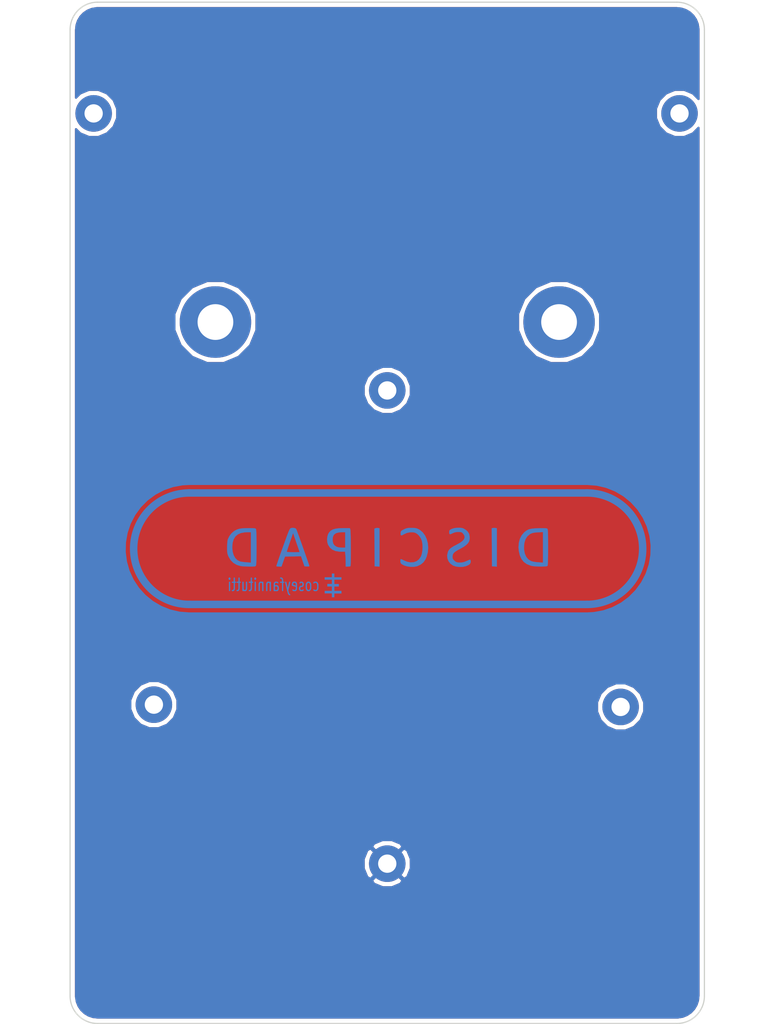
<source format=kicad_pcb>
(kicad_pcb (version 20171130) (host pcbnew "(5.0.0)")

  (general
    (thickness 1.6)
    (drawings 10)
    (tracks 0)
    (zones 0)
    (modules 11)
    (nets 2)
  )

  (page A4)
  (layers
    (0 F.Cu signal)
    (31 B.Cu signal)
    (32 B.Adhes user)
    (33 F.Adhes user)
    (34 B.Paste user)
    (35 F.Paste user)
    (36 B.SilkS user)
    (37 F.SilkS user)
    (38 B.Mask user)
    (39 F.Mask user)
    (40 Dwgs.User user)
    (41 Cmts.User user)
    (42 Eco1.User user)
    (43 Eco2.User user)
    (44 Edge.Cuts user)
    (45 Margin user)
    (46 B.CrtYd user)
    (47 F.CrtYd user)
    (48 B.Fab user hide)
    (49 F.Fab user)
  )

  (setup
    (last_trace_width 0.25)
    (trace_clearance 0.2)
    (zone_clearance 0.508)
    (zone_45_only no)
    (trace_min 0.2)
    (segment_width 0.2)
    (edge_width 0.15)
    (via_size 0.8)
    (via_drill 0.4)
    (via_min_size 0.4)
    (via_min_drill 0.3)
    (uvia_size 0.3)
    (uvia_drill 0.1)
    (uvias_allowed no)
    (uvia_min_size 0.2)
    (uvia_min_drill 0.1)
    (pcb_text_width 0.3)
    (pcb_text_size 1.5 1.5)
    (mod_edge_width 0.15)
    (mod_text_size 1 1)
    (mod_text_width 0.15)
    (pad_size 1.524 1.524)
    (pad_drill 0.762)
    (pad_to_mask_clearance 0.051)
    (solder_mask_min_width 0.25)
    (aux_axis_origin 0 0)
    (grid_origin 0.052493 0.052493)
    (visible_elements 7FFFF7FF)
    (pcbplotparams
      (layerselection 0x010fc_ffffffff)
      (usegerberextensions false)
      (usegerberattributes false)
      (usegerberadvancedattributes false)
      (creategerberjobfile false)
      (excludeedgelayer true)
      (linewidth 0.100000)
      (plotframeref false)
      (viasonmask false)
      (mode 1)
      (useauxorigin false)
      (hpglpennumber 1)
      (hpglpenspeed 20)
      (hpglpendiameter 15.000000)
      (psnegative false)
      (psa4output false)
      (plotreference true)
      (plotvalue true)
      (plotinvisibletext false)
      (padsonsilk false)
      (subtractmaskfromsilk false)
      (outputformat 1)
      (mirror false)
      (drillshape 0)
      (scaleselection 1)
      (outputdirectory ""))
  )

  (net 0 "")
  (net 1 GND)

  (net_class Default "This is the default net class."
    (clearance 0.2)
    (trace_width 0.25)
    (via_dia 0.8)
    (via_drill 0.4)
    (uvia_dia 0.3)
    (uvia_drill 0.1)
    (add_net GND)
  )

  (module logos:DISCIPAD_MEDIUM_COPPER (layer B.Cu) (tedit 5D635B6A) (tstamp 5D355702)
    (at 143.888559 80.682973 180)
    (fp_text reference G*** (at 0 0 180) (layer B.SilkS) hide
      (effects (font (size 1.524 1.524) (thickness 0.3)) (justify mirror))
    )
    (fp_text value LOGO (at 0.75 0 180) (layer B.SilkS) hide
      (effects (font (size 1.524 1.524) (thickness 0.3)) (justify mirror))
    )
    (fp_arc (start 23.87 -0.13) (end 23.87 -6.83) (angle 180) (layer B.Cu) (width 0.9))
    (fp_arc (start -23.98 -0.13) (end -23.98 6.57) (angle 180) (layer B.Cu) (width 0.9))
    (fp_line (start -23.98 -6.83) (end 23.87 -6.83) (layer B.Cu) (width 0.9))
    (fp_line (start -23.98 6.57) (end 23.87 6.57) (layer B.Cu) (width 0.9))
    (fp_poly (pts (xy 17.225864 2.334546) (xy 17.595687 2.306301) (xy 17.895699 2.252385) (xy 18.152221 2.167205)
      (xy 18.39157 2.045165) (xy 18.509852 1.970681) (xy 18.800475 1.718365) (xy 19.051278 1.38839)
      (xy 19.228936 1.026228) (xy 19.251156 0.95923) (xy 19.282367 0.793965) (xy 19.30713 0.542505)
      (xy 19.322543 0.241907) (xy 19.326216 0) (xy 19.323003 -0.319116) (xy 19.310938 -0.549581)
      (xy 19.284465 -0.726003) (xy 19.238023 -0.882988) (xy 19.166056 -1.055143) (xy 19.151686 -1.086659)
      (xy 18.893328 -1.515363) (xy 18.556147 -1.849421) (xy 18.14244 -2.08704) (xy 17.699234 -2.218366)
      (xy 17.500835 -2.243887) (xy 17.219849 -2.264403) (xy 16.896967 -2.277518) (xy 16.63569 -2.281068)
      (xy 16.325376 -2.280272) (xy 16.116011 -2.274913) (xy 15.985247 -2.260533) (xy 15.910731 -2.232677)
      (xy 15.870113 -2.186886) (xy 15.842649 -2.122929) (xy 15.825765 -2.017223) (xy 15.811658 -1.808209)
      (xy 15.800311 -1.513826) (xy 15.791709 -1.152016) (xy 15.785837 -0.74072) (xy 15.78268 -0.297878)
      (xy 15.782222 0.158568) (xy 15.784448 0.610676) (xy 15.789344 1.040507) (xy 15.796893 1.430119)
      (xy 15.80708 1.761571) (xy 15.811492 1.849514) (xy 16.460679 1.849514) (xy 16.460679 -1.806328)
      (xy 17.000121 -1.766839) (xy 17.279266 -1.740703) (xy 17.540963 -1.706405) (xy 17.738616 -1.670304)
      (xy 17.774755 -1.661129) (xy 18.083985 -1.512228) (xy 18.337928 -1.261837) (xy 18.530144 -0.921676)
      (xy 18.654195 -0.503466) (xy 18.703642 -0.018929) (xy 18.704228 0.030825) (xy 18.665237 0.553586)
      (xy 18.542611 0.985894) (xy 18.334968 1.329149) (xy 18.040926 1.584755) (xy 17.659104 1.754115)
      (xy 17.188118 1.838629) (xy 16.911868 1.849514) (xy 16.460679 1.849514) (xy 15.811492 1.849514)
      (xy 15.819891 2.016922) (xy 15.83531 2.17823) (xy 15.846344 2.22347) (xy 15.881536 2.271292)
      (xy 15.940768 2.304359) (xy 16.044579 2.325351) (xy 16.21351 2.336951) (xy 16.468102 2.341838)
      (xy 16.759911 2.342718) (xy 17.225864 2.334546)) (layer B.Cu) (width 0.01))
    (fp_poly (pts (xy 11.621116 2.353346) (xy 11.669262 2.337268) (xy 11.713823 2.309408) (xy 11.75957 2.258759)
      (xy 11.811275 2.174315) (xy 11.873708 2.04507) (xy 11.95164 1.860016) (xy 12.049844 1.608146)
      (xy 12.173089 1.278456) (xy 12.326147 0.859936) (xy 12.51379 0.341582) (xy 12.616305 0.05751)
      (xy 12.795371 -0.441968) (xy 12.959301 -0.905192) (xy 13.10373 -1.319369) (xy 13.22429 -1.671706)
      (xy 13.316615 -1.949409) (xy 13.376339 -2.139686) (xy 13.399096 -2.229743) (xy 13.398711 -2.23483)
      (xy 13.325964 -2.261895) (xy 13.172457 -2.278541) (xy 13.074505 -2.281068) (xy 12.778131 -2.281068)
      (xy 12.566756 -1.679976) (xy 12.355382 -1.078884) (xy 11.394432 -1.061943) (xy 10.433482 -1.045001)
      (xy 10.018204 -2.250243) (xy 9.725364 -2.269033) (xy 9.540548 -2.271737) (xy 9.451597 -2.24472)
      (xy 9.432524 -2.196099) (xy 9.452571 -2.1257) (xy 9.509023 -1.954939) (xy 9.596346 -1.699402)
      (xy 9.709006 -1.374676) (xy 9.841469 -0.996347) (xy 9.9882 -0.580004) (xy 10.002571 -0.539442)
      (xy 10.603918 -0.539442) (xy 10.661663 -0.545281) (xy 10.819365 -0.550105) (xy 11.053679 -0.553447)
      (xy 11.341262 -0.55484) (xy 11.374514 -0.554855) (xy 11.669378 -0.550601) (xy 11.911197 -0.538955)
      (xy 12.077217 -0.52159) (xy 12.144684 -0.50018) (xy 12.145145 -0.498188) (xy 12.12575 -0.424551)
      (xy 12.071802 -0.253838) (xy 11.98966 -0.005291) (xy 11.885685 0.301849) (xy 11.766235 0.648344)
      (xy 11.765757 0.649719) (xy 11.386369 1.740959) (xy 10.99516 0.608465) (xy 10.874477 0.258354)
      (xy 10.7689 -0.049368) (xy 10.684566 -0.296691) (xy 10.627615 -0.465605) (xy 10.604185 -0.5381)
      (xy 10.603918 -0.539442) (xy 10.002571 -0.539442) (xy 10.143666 -0.141231) (xy 10.302332 0.304384)
      (xy 10.458665 0.741254) (xy 10.60713 1.153792) (xy 10.742193 1.526412) (xy 10.85832 1.843527)
      (xy 10.949977 2.089551) (xy 11.003575 2.22877) (xy 11.097623 2.316727) (xy 11.270242 2.368963)
      (xy 11.479765 2.377072) (xy 11.621116 2.353346)) (layer B.Cu) (width 0.01))
    (fp_poly (pts (xy 5.868597 2.326633) (xy 6.278893 2.274366) (xy 6.600769 2.179901) (xy 6.849793 2.037219)
      (xy 7.041533 1.840305) (xy 7.161918 1.644056) (xy 7.258551 1.351256) (xy 7.295259 1.003507)
      (xy 7.271265 0.653865) (xy 7.185793 0.355388) (xy 7.180931 0.344938) (xy 6.959498 0.002932)
      (xy 6.660912 -0.248261) (xy 6.28122 -0.410745) (xy 5.816471 -0.486627) (xy 5.608127 -0.493204)
      (xy 5.13482 -0.493204) (xy 5.095518 -0.909345) (xy 5.07509 -1.194576) (xy 5.06072 -1.52651)
      (xy 5.055778 -1.803277) (xy 5.05534 -2.281068) (xy 4.788187 -2.281068) (xy 4.615187 -2.272324)
      (xy 4.499066 -2.250372) (xy 4.479935 -2.239968) (xy 4.467167 -2.167179) (xy 4.456844 -1.988301)
      (xy 4.448892 -1.72052) (xy 4.443237 -1.381022) (xy 4.439806 -0.986993) (xy 4.438525 -0.55562)
      (xy 4.43932 -0.104088) (xy 4.442116 0.350416) (xy 4.44684 0.790707) (xy 4.453419 1.199598)
      (xy 4.461777 1.559903) (xy 4.471673 1.849514) (xy 5.11699 1.849514) (xy 5.11699 0)
      (xy 5.533131 0.000096) (xy 5.897844 0.027475) (xy 6.160666 0.107984) (xy 6.403733 0.273806)
      (xy 6.551876 0.486457) (xy 6.618423 0.769944) (xy 6.625267 0.944901) (xy 6.59541 1.267816)
      (xy 6.50162 1.500631) (xy 6.33118 1.665408) (xy 6.160135 1.751811) (xy 5.961218 1.805336)
      (xy 5.704088 1.84075) (xy 5.516471 1.849514) (xy 5.11699 1.849514) (xy 4.471673 1.849514)
      (xy 4.471842 1.854436) (xy 4.483539 2.06601) (xy 4.496795 2.177441) (xy 4.498959 2.184579)
      (xy 4.559084 2.342718) (xy 5.354315 2.342718) (xy 5.868597 2.326633)) (layer B.Cu) (width 0.01))
    (fp_poly (pts (xy 1.461839 2.337755) (xy 1.604434 2.283541) (xy 1.588261 0.016649) (xy 1.572087 -2.250243)
      (xy 1.279247 -2.269033) (xy 0.986408 -2.287824) (xy 0.986408 2.328344) (xy 1.152826 2.360157)
      (xy 1.334879 2.364727) (xy 1.461839 2.337755)) (layer B.Cu) (width 0.01))
    (fp_poly (pts (xy -12.668432 2.357665) (xy -12.513563 2.32806) (xy -12.529718 0.038909) (xy -12.545874 -2.250243)
      (xy -12.838714 -2.269033) (xy -13.131554 -2.287824) (xy -13.131554 2.328344) (xy -12.977427 2.357807)
      (xy -12.788844 2.369394) (xy -12.668432 2.357665)) (layer B.Cu) (width 0.01))
    (fp_poly (pts (xy -18.365438 2.335861) (xy -18.172608 2.3315) (xy -17.725669 2.31399) (xy -17.377177 2.282848)
      (xy -17.102443 2.230861) (xy -16.876781 2.150814) (xy -16.675503 2.035494) (xy -16.473922 1.877686)
      (xy -16.402106 1.814135) (xy -16.112971 1.472501) (xy -15.902415 1.050114) (xy -15.775673 0.565333)
      (xy -15.737979 0.036519) (xy -15.773292 -0.391563) (xy -15.896059 -0.927848) (xy -16.09293 -1.367608)
      (xy -16.368364 -1.716065) (xy -16.726819 -1.978441) (xy -17.172752 -2.159958) (xy -17.314696 -2.197193)
      (xy -17.525965 -2.232668) (xy -17.799304 -2.258402) (xy -18.107653 -2.274256) (xy -18.423952 -2.280088)
      (xy -18.72114 -2.275758) (xy -18.972157 -2.261126) (xy -19.149942 -2.236051) (xy -19.222622 -2.207088)
      (xy -19.243818 -2.150481) (xy -19.261008 -2.021621) (xy -19.27447 -1.812075) (xy -19.274671 -1.806064)
      (xy -18.680097 -1.806064) (xy -18.083319 -1.764114) (xy -17.74653 -1.729115) (xy -17.455009 -1.67741)
      (xy -17.246407 -1.615794) (xy -17.235625 -1.611171) (xy -16.912363 -1.403103) (xy -16.665066 -1.101563)
      (xy -16.496762 -0.712494) (xy -16.410478 -0.24184) (xy -16.399029 0.030825) (xy -16.442876 0.553741)
      (xy -16.574623 0.99049) (xy -16.794577 1.341688) (xy -17.103047 1.607949) (xy -17.225474 1.677872)
      (xy -17.409063 1.75062) (xy -17.6423 1.799297) (xy -17.956765 1.829774) (xy -18.079005 1.836608)
      (xy -18.680097 1.865999) (xy -18.680097 -1.806064) (xy -19.274671 -1.806064) (xy -19.284481 -1.513408)
      (xy -19.291321 -1.117185) (xy -19.295268 -0.614974) (xy -19.296599 0.001662) (xy -19.296602 0.035606)
      (xy -19.295955 0.621998) (xy -19.293693 1.096876) (xy -19.289337 1.47202) (xy -19.282408 1.759212)
      (xy -19.272425 1.970232) (xy -19.258911 2.116863) (xy -19.241384 2.210885) (xy -19.219366 2.26408)
      (xy -19.205253 2.280132) (xy -19.125581 2.311245) (xy -18.967718 2.330473) (xy -18.718668 2.338463)
      (xy -18.365438 2.335861)) (layer B.Cu) (width 0.01))
    (fp_poly (pts (xy -2.583048 2.367723) (xy -2.378172 2.349076) (xy -2.207827 2.306265) (xy -2.027717 2.230557)
      (xy -1.941991 2.188592) (xy -1.743217 2.084192) (xy -1.630079 2.00217) (xy -1.576066 1.913653)
      (xy -1.55467 1.789766) (xy -1.552469 1.764327) (xy -1.551761 1.571787) (xy -1.598461 1.477361)
      (xy -1.705988 1.476167) (xy -1.887761 1.563324) (xy -1.969513 1.612621) (xy -2.308034 1.76497)
      (xy -2.689204 1.84296) (xy -3.065781 1.840178) (xy -3.287252 1.79151) (xy -3.533302 1.655771)
      (xy -3.769052 1.429629) (xy -3.967617 1.14486) (xy -4.102107 0.833241) (xy -4.104246 0.825964)
      (xy -4.172127 0.471562) (xy -4.193964 0.066424) (xy -4.172216 -0.348894) (xy -4.109344 -0.733838)
      (xy -4.007807 -1.047852) (xy -3.988096 -1.088885) (xy -3.762245 -1.410027) (xy -3.469392 -1.634392)
      (xy -3.122544 -1.759021) (xy -2.734708 -1.780955) (xy -2.318891 -1.697234) (xy -1.967853 -1.548552)
      (xy -1.775838 -1.453917) (xy -1.629827 -1.393193) (xy -1.56003 -1.378866) (xy -1.559056 -1.379618)
      (xy -1.537913 -1.455169) (xy -1.524104 -1.602997) (xy -1.522899 -1.63525) (xy -1.544971 -1.823768)
      (xy -1.640113 -1.954566) (xy -1.667593 -1.976841) (xy -1.964121 -2.14157) (xy -2.336291 -2.256024)
      (xy -2.744983 -2.315013) (xy -3.151077 -2.313346) (xy -3.51545 -2.245832) (xy -3.566598 -2.228811)
      (xy -3.979809 -2.032264) (xy -4.302066 -1.764288) (xy -4.547821 -1.410083) (xy -4.691319 -1.076966)
      (xy -4.827033 -0.546582) (xy -4.870566 -0.011484) (xy -4.827059 0.510679) (xy -4.701651 1.002257)
      (xy -4.499483 1.445599) (xy -4.225695 1.823055) (xy -3.885428 2.116975) (xy -3.735404 2.205363)
      (xy -3.559344 2.287507) (xy -3.392471 2.3371) (xy -3.192861 2.362134) (xy -2.918586 2.370599)
      (xy -2.866748 2.370942) (xy -2.583048 2.367723)) (layer B.Cu) (width 0.01))
    (fp_poly (pts (xy -8.315383 2.386379) (xy -7.965054 2.332186) (xy -7.675575 2.235111) (xy -7.660073 2.227402)
      (xy -7.499893 2.136106) (xy -7.423034 2.049545) (xy -7.399376 1.924137) (xy -7.398058 1.848261)
      (xy -7.411572 1.689457) (xy -7.464645 1.615024) (xy -7.57608 1.620459) (xy -7.764678 1.701258)
      (xy -7.843126 1.741626) (xy -8.087185 1.837635) (xy -8.369734 1.87744) (xy -8.497412 1.88034)
      (xy -8.717588 1.875098) (xy -8.857877 1.849183) (xy -8.961574 1.787309) (xy -9.067679 1.679003)
      (xy -9.219212 1.451826) (xy -9.258524 1.230933) (xy -9.183454 1.012519) (xy -8.991838 0.792779)
      (xy -8.681516 0.567908) (xy -8.324213 0.370604) (xy -7.955649 0.177201) (xy -7.683765 0.011347)
      (xy -7.489718 -0.142515) (xy -7.354667 -0.299945) (xy -7.259772 -0.476499) (xy -7.240595 -0.524187)
      (xy -7.154449 -0.90803) (xy -7.181151 -1.284442) (xy -7.312617 -1.631857) (xy -7.540765 -1.928704)
      (xy -7.849677 -2.149418) (xy -8.191078 -2.270629) (xy -8.592004 -2.328174) (xy -9.004945 -2.319594)
      (xy -9.382388 -2.242431) (xy -9.417256 -2.230526) (xy -9.703135 -2.108314) (xy -9.882169 -1.977433)
      (xy -9.970631 -1.822441) (xy -9.987379 -1.689472) (xy -9.972488 -1.540927) (xy -9.936348 -1.455654)
      (xy -9.933386 -1.453519) (xy -9.854453 -1.46186) (xy -9.700841 -1.51626) (xy -9.517245 -1.599489)
      (xy -9.283797 -1.697497) (xy -9.05166 -1.766878) (xy -8.908495 -1.78932) (xy -8.614876 -1.796833)
      (xy -8.410293 -1.784221) (xy -8.261064 -1.743346) (xy -8.133508 -1.666069) (xy -8.029071 -1.576825)
      (xy -7.885794 -1.429095) (xy -7.817879 -1.297417) (xy -7.799291 -1.127686) (xy -7.79914 -1.099034)
      (xy -7.817566 -0.904337) (xy -7.882483 -0.738808) (xy -8.009203 -0.586426) (xy -8.213038 -0.431172)
      (xy -8.509299 -0.257026) (xy -8.700576 -0.155953) (xy -9.136268 0.090975) (xy -9.460141 0.326358)
      (xy -9.682062 0.558559) (xy -9.806557 0.781493) (xy -9.854795 1.016071) (xy -9.857589 1.300949)
      (xy -9.816755 1.572543) (xy -9.780785 1.682919) (xy -9.628395 1.919506) (xy -9.395429 2.136088)
      (xy -9.123702 2.29771) (xy -8.986368 2.346988) (xy -8.673507 2.392908) (xy -8.315383 2.386379)) (layer B.Cu) (width 0.01))
  )

  (module "logos:TOPY 3MM MASK" (layer B.Cu) (tedit 0) (tstamp 5D35580E)
    (at 137.316625 85.228946 180)
    (fp_text reference G*** (at 0 0 180) (layer B.SilkS) hide
      (effects (font (size 1.524 1.524) (thickness 0.3)) (justify mirror))
    )
    (fp_text value LOGO (at 0.75 0 180) (layer B.SilkS) hide
      (effects (font (size 1.524 1.524) (thickness 0.3)) (justify mirror))
    )
    (fp_poly (pts (xy 0.1524 0.9779) (xy 1.00965 0.9779) (xy 1.00965 0.69215) (xy 0.1524 0.69215)
      (xy 0.1524 0.1778) (xy 0.69215 0.1778) (xy 0.69215 -0.127) (xy 0.1524 -0.127)
      (xy 0.1524 -0.65405) (xy 1.00965 -0.65405) (xy 1.00965 -0.95885) (xy 0.1524 -0.95885)
      (xy 0.1524 -1.4224) (xy -0.1524 -1.4224) (xy -0.1524 -0.9652) (xy -1.0033 -0.9652)
      (xy -1.0033 -0.6604) (xy -0.1524 -0.6604) (xy -0.1524 -0.13335) (xy -0.6858 -0.13335)
      (xy -0.6858 0.17145) (xy -0.1524 0.17145) (xy -0.1524 0.69215) (xy -1.0033 0.69215)
      (xy -1.0033 0.9779) (xy -0.1524 0.9779) (xy -0.1524 1.4224) (xy 0.1524 1.4224)
      (xy 0.1524 0.9779)) (layer B.Mask) (width 0.01))
  )

  (module "logos:TOPY 3MM COPPER" (layer B.Cu) (tedit 5D351BB9) (tstamp 5D3557E7)
    (at 137.316625 85.228946 180)
    (fp_text reference G*** (at 0 0 180) (layer B.SilkS) hide
      (effects (font (size 1.524 1.524) (thickness 0.3)) (justify mirror))
    )
    (fp_text value LOGO (at 0.75 0 180) (layer B.SilkS) hide
      (effects (font (size 1.524 1.524) (thickness 0.3)) (justify mirror))
    )
    (fp_poly (pts (xy 0.1524 0.9779) (xy 1.00965 0.9779) (xy 1.00965 0.69215) (xy 0.1524 0.69215)
      (xy 0.1524 0.1778) (xy 0.69215 0.1778) (xy 0.69215 -0.127) (xy 0.1524 -0.127)
      (xy 0.1524 -0.65405) (xy 1.00965 -0.65405) (xy 1.00965 -0.95885) (xy 0.1524 -0.95885)
      (xy 0.1524 -1.4224) (xy -0.1524 -1.4224) (xy -0.1524 -0.9652) (xy -1.0033 -0.9652)
      (xy -1.0033 -0.6604) (xy -0.1524 -0.6604) (xy -0.1524 -0.13335) (xy -0.6858 -0.13335)
      (xy -0.6858 0.17145) (xy -0.1524 0.17145) (xy -0.1524 0.69215) (xy -1.0033 0.69215)
      (xy -1.0033 0.9779) (xy -0.1524 0.9779) (xy -0.1524 1.4224) (xy 0.1524 1.4224)
      (xy 0.1524 0.9779)) (layer B.Cu) (width 0.01))
  )

  (module MountingHole:MountingHole_4.3mm_M4_Pad (layer F.Cu) (tedit 5D341DD6) (tstamp 5D342054)
    (at 123.158765 53.56144)
    (descr "Mounting Hole 4.3mm, M4")
    (tags "mounting hole 4.3mm m4")
    (attr virtual)
    (fp_text reference REF** (at 0 -5.3) (layer Cmts.User)
      (effects (font (size 1 1) (thickness 0.15)))
    )
    (fp_text value MountingHole_4.3mm_M4_Pad (at 0 5.3) (layer F.Fab)
      (effects (font (size 1 1) (thickness 0.15)))
    )
    (fp_text user %R (at 0.3 0) (layer F.Fab)
      (effects (font (size 1 1) (thickness 0.15)))
    )
    (fp_circle (center 0 0) (end 4.3 0) (layer Cmts.User) (width 0.15))
    (fp_circle (center 0 0) (end 4.55 0) (layer F.CrtYd) (width 0.05))
    (pad 1 thru_hole circle (at 0 0) (size 8.6 8.6) (drill 4.3) (layers *.Cu *.Mask))
  )

  (module MountingHole:MountingHole_2.2mm_M2_Pad (layer F.Cu) (tedit 5D33EAED) (tstamp 5CDE4D37)
    (at 143.833559 118.686673)
    (descr "Mounting Hole 2.2mm, M2")
    (tags "mounting hole 2.2mm m2")
    (path /5D13347D)
    (attr virtual)
    (fp_text reference H1 (at 0 -3.2) (layer Cmts.User)
      (effects (font (size 1 1) (thickness 0.15)))
    )
    (fp_text value 1PIN (at 0 3.2) (layer F.Fab)
      (effects (font (size 1 1) (thickness 0.15)))
    )
    (fp_text user %R (at 0.3 0) (layer F.Fab)
      (effects (font (size 1 1) (thickness 0.15)))
    )
    (fp_circle (center 0 0) (end 2.2 0) (layer Cmts.User) (width 0.15))
    (fp_circle (center 0 0) (end 2.45 0) (layer F.CrtYd) (width 0.05))
    (pad 1 thru_hole circle (at 0 0) (size 4.4 4.4) (drill 2.2) (layers *.Cu *.Mask)
      (net 1 GND))
  )

  (module MountingHole:MountingHole_2.2mm_M2_Pad (layer F.Cu) (tedit 5CDDFFE8) (tstamp 5CDE46BE)
    (at 115.752543 99.566685)
    (descr "Mounting Hole 2.2mm, M2")
    (tags "mounting hole 2.2mm m2")
    (attr virtual)
    (fp_text reference REF** (at 0 -3.2) (layer Cmts.User)
      (effects (font (size 1 1) (thickness 0.15)))
    )
    (fp_text value MountingHole_2.2mm_M2_Pad (at 0 3.2) (layer F.Fab)
      (effects (font (size 1 1) (thickness 0.15)))
    )
    (fp_circle (center 0 0) (end 2.45 0) (layer F.CrtYd) (width 0.05))
    (fp_circle (center 0 0) (end 2.2 0) (layer Cmts.User) (width 0.15))
    (fp_text user %R (at 0.3 0) (layer F.Fab)
      (effects (font (size 1 1) (thickness 0.15)))
    )
    (pad 1 thru_hole circle (at 0 0) (size 4.4 4.4) (drill 2.2) (layers *.Cu *.Mask))
  )

  (module MountingHole:MountingHole_2.2mm_M2_Pad (layer F.Cu) (tedit 5CDDFFDF) (tstamp 5CDE46B0)
    (at 171.914575 99.841686)
    (descr "Mounting Hole 2.2mm, M2")
    (tags "mounting hole 2.2mm m2")
    (attr virtual)
    (fp_text reference REF** (at 0 -3.2) (layer Cmts.User)
      (effects (font (size 1 1) (thickness 0.15)))
    )
    (fp_text value MountingHole_2.2mm_M2_Pad (at 0 3.2) (layer F.Fab)
      (effects (font (size 1 1) (thickness 0.15)))
    )
    (fp_text user %R (at 0.3 0) (layer F.Fab)
      (effects (font (size 1 1) (thickness 0.15)))
    )
    (fp_circle (center 0 0) (end 2.2 0) (layer Cmts.User) (width 0.15))
    (fp_circle (center 0 0) (end 2.45 0) (layer F.CrtYd) (width 0.05))
    (pad 1 thru_hole circle (at 0 0) (size 4.4 4.4) (drill 2.2) (layers *.Cu *.Mask))
  )

  (module MountingHole:MountingHole_2.2mm_M2_Pad (layer F.Cu) (tedit 5CDDFFD9) (tstamp 5CDE46A2)
    (at 143.833559 61.784261)
    (descr "Mounting Hole 2.2mm, M2")
    (tags "mounting hole 2.2mm m2")
    (attr virtual)
    (fp_text reference REF** (at 0 -3.2) (layer Cmts.User)
      (effects (font (size 1 1) (thickness 0.15)))
    )
    (fp_text value MountingHole_2.2mm_M2_Pad (at 0 3.2) (layer F.Fab)
      (effects (font (size 1 1) (thickness 0.15)))
    )
    (fp_circle (center 0 0) (end 2.45 0) (layer F.CrtYd) (width 0.05))
    (fp_circle (center 0 0) (end 2.2 0) (layer Cmts.User) (width 0.15))
    (fp_text user %R (at 0.3 0) (layer F.Fab)
      (effects (font (size 1 1) (thickness 0.15)))
    )
    (pad 1 thru_hole circle (at 0 0) (size 4.4 4.4) (drill 2.2) (layers *.Cu *.Mask))
  )

  (module MountingHole:MountingHole_2.2mm_M2_Pad (layer F.Cu) (tedit 5CDDFFD1) (tstamp 5CDE41B0)
    (at 179.00113 28.475773)
    (descr "Mounting Hole 2.2mm, M2")
    (tags "mounting hole 2.2mm m2")
    (attr virtual)
    (fp_text reference REF** (at 0 -3.2) (layer Cmts.User)
      (effects (font (size 1 1) (thickness 0.15)))
    )
    (fp_text value MountingHole_2.2mm_M2_Pad (at 0 3.2) (layer F.Fab)
      (effects (font (size 1 1) (thickness 0.15)))
    )
    (fp_circle (center 0 0) (end 2.45 0) (layer F.CrtYd) (width 0.05))
    (fp_circle (center 0 0) (end 2.2 0) (layer Cmts.User) (width 0.15))
    (fp_text user %R (at 0.3 0) (layer F.Fab)
      (effects (font (size 1 1) (thickness 0.15)))
    )
    (pad 1 thru_hole circle (at 0 0) (size 4.4 4.4) (drill 2.2) (layers *.Cu *.Mask))
  )

  (module MountingHole:MountingHole_2.2mm_M2_Pad (layer F.Cu) (tedit 5CDDFFC9) (tstamp 5CDE41A2)
    (at 108.503031 28.475773)
    (descr "Mounting Hole 2.2mm, M2")
    (tags "mounting hole 2.2mm m2")
    (attr virtual)
    (fp_text reference REF** (at 0 -3.2) (layer Cmts.User)
      (effects (font (size 1 1) (thickness 0.15)))
    )
    (fp_text value MountingHole_2.2mm_M2_Pad (at 0 3.2) (layer F.Fab)
      (effects (font (size 1 1) (thickness 0.15)))
    )
    (fp_text user %R (at 0.3 0) (layer F.Fab)
      (effects (font (size 1 1) (thickness 0.15)))
    )
    (fp_circle (center 0 0) (end 2.2 0) (layer Cmts.User) (width 0.15))
    (fp_circle (center 0 0) (end 2.45 0) (layer F.CrtYd) (width 0.05))
    (pad 1 thru_hole circle (at 0 0) (size 4.4 4.4) (drill 2.2) (layers *.Cu *.Mask))
  )

  (module MountingHole:MountingHole_4.3mm_M4_Pad (layer F.Cu) (tedit 5D341DDA) (tstamp 5D342008)
    (at 164.508353 53.56144)
    (descr "Mounting Hole 4.3mm, M4")
    (tags "mounting hole 4.3mm m4")
    (attr virtual)
    (fp_text reference REF** (at 0 -5.3) (layer Cmts.User)
      (effects (font (size 1 1) (thickness 0.15)))
    )
    (fp_text value MountingHole_4.3mm_M4_Pad (at 0 5.3) (layer F.Fab)
      (effects (font (size 1 1) (thickness 0.15)))
    )
    (fp_circle (center 0 0) (end 4.55 0) (layer F.CrtYd) (width 0.05))
    (fp_circle (center 0 0) (end 4.3 0) (layer Cmts.User) (width 0.15))
    (fp_text user %R (at 0.3 0) (layer F.Fab)
      (effects (font (size 1 1) (thickness 0.15)))
    )
    (pad 1 thru_hole circle (at 0 0) (size 8.6 8.6) (drill 4.3) (layers *.Cu *.Mask))
  )

  (gr_text coseyfannitutti (at 130.141849 85.160744) (layer B.Mask) (tstamp 5D3460A4)
    (effects (font (size 1.5 1) (thickness 0.15)) (justify mirror))
  )
  (gr_text coseyfannitutti (at 130.141849 85.160744) (layer B.Cu)
    (effects (font (size 1.5 1) (thickness 0.15)) (justify mirror))
  )
  (gr_arc (start 108.977543 134.594615) (end 105.670421 134.594615) (angle -90) (layer Edge.Cuts) (width 0.15) (tstamp 5CF35921))
  (gr_arc (start 178.689575 134.594615) (end 178.689575 137.901737) (angle -90) (layer Edge.Cuts) (width 0.15) (tstamp 5CF35761))
  (gr_arc (start 178.689575 18.408859) (end 181.996697 18.408859) (angle -90) (layer Edge.Cuts) (width 0.15) (tstamp 5CF35455))
  (gr_arc (start 108.977543 18.408859) (end 108.977543 15.101737) (angle -90) (layer Edge.Cuts) (width 0.15))
  (gr_line (start 105.670421 134.594615) (end 105.670421 18.408859) (layer Edge.Cuts) (width 0.15))
  (gr_line (start 108.977543 15.101737) (end 178.689575 15.101737) (layer Edge.Cuts) (width 0.15))
  (gr_line (start 181.996697 18.408859) (end 181.996697 134.594615) (layer Edge.Cuts) (width 0.15))
  (gr_line (start 178.689575 137.901737) (end 108.977543 137.901737) (layer Edge.Cuts) (width 0.15))

  (zone (net 1) (net_name GND) (layer B.Cu) (tstamp 5D328872) (hatch edge 0.508)
    (connect_pads (clearance 0.508))
    (min_thickness 0.254)
    (fill yes (arc_segments 16) (thermal_gap 0.508) (thermal_bridge_width 0.508))
    (polygon
      (pts
        (xy 105.582931 14.838303) (xy 182.014195 15.030781) (xy 181.979199 137.954231) (xy 105.775409 137.761753)
      )
    )
    (filled_polygon
      (pts
        (xy 179.24637 15.876402) (xy 179.777191 16.055042) (xy 180.257268 16.343501) (xy 180.664202 16.72832) (xy 180.979008 17.191544)
        (xy 181.187003 17.711566) (xy 181.283169 18.292458) (xy 181.286697 18.418769) (xy 181.286697 26.752044) (xy 180.607029 26.072376)
        (xy 179.565047 25.640773) (xy 178.437213 25.640773) (xy 177.395231 26.072376) (xy 176.597733 26.869874) (xy 176.16613 27.911856)
        (xy 176.16613 29.03969) (xy 176.597733 30.081672) (xy 177.395231 30.87917) (xy 178.437213 31.310773) (xy 179.565047 31.310773)
        (xy 180.607029 30.87917) (xy 181.286697 30.199502) (xy 181.286698 134.556155) (xy 181.222032 135.15141) (xy 181.043391 135.682232)
        (xy 180.754933 136.162308) (xy 180.370114 136.569242) (xy 179.906892 136.884048) (xy 179.386868 137.092043) (xy 178.805976 137.188209)
        (xy 178.679665 137.191737) (xy 109.015994 137.191737) (xy 108.420748 137.127072) (xy 107.889926 136.948431) (xy 107.40985 136.659973)
        (xy 107.002916 136.275154) (xy 106.68811 135.811932) (xy 106.480115 135.291908) (xy 106.383949 134.711016) (xy 106.380421 134.584705)
        (xy 106.380421 120.706055) (xy 141.993782 120.706055) (xy 142.238927 121.097561) (xy 143.282919 121.524282) (xy 144.41074 121.519003)
        (xy 145.428191 121.097561) (xy 145.673336 120.706055) (xy 143.833559 118.866278) (xy 141.993782 120.706055) (xy 106.380421 120.706055)
        (xy 106.380421 118.136033) (xy 140.99595 118.136033) (xy 141.001229 119.263854) (xy 141.422671 120.281305) (xy 141.814177 120.52645)
        (xy 143.653954 118.686673) (xy 144.013164 118.686673) (xy 145.852941 120.52645) (xy 146.244447 120.281305) (xy 146.671168 119.237313)
        (xy 146.665889 118.109492) (xy 146.244447 117.092041) (xy 145.852941 116.846896) (xy 144.013164 118.686673) (xy 143.653954 118.686673)
        (xy 141.814177 116.846896) (xy 141.422671 117.092041) (xy 140.99595 118.136033) (xy 106.380421 118.136033) (xy 106.380421 116.667291)
        (xy 141.993782 116.667291) (xy 143.833559 118.507068) (xy 145.673336 116.667291) (xy 145.428191 116.275785) (xy 144.384199 115.849064)
        (xy 143.256378 115.854343) (xy 142.238927 116.275785) (xy 141.993782 116.667291) (xy 106.380421 116.667291) (xy 106.380421 99.002768)
        (xy 112.917543 99.002768) (xy 112.917543 100.130602) (xy 113.349146 101.172584) (xy 114.146644 101.970082) (xy 115.188626 102.401685)
        (xy 116.31646 102.401685) (xy 117.358442 101.970082) (xy 118.15594 101.172584) (xy 118.587543 100.130602) (xy 118.587543 99.277769)
        (xy 169.079575 99.277769) (xy 169.079575 100.405603) (xy 169.511178 101.447585) (xy 170.308676 102.245083) (xy 171.350658 102.676686)
        (xy 172.478492 102.676686) (xy 173.520474 102.245083) (xy 174.317972 101.447585) (xy 174.749575 100.405603) (xy 174.749575 99.277769)
        (xy 174.317972 98.235787) (xy 173.520474 97.438289) (xy 172.478492 97.006686) (xy 171.350658 97.006686) (xy 170.308676 97.438289)
        (xy 169.511178 98.235787) (xy 169.079575 99.277769) (xy 118.587543 99.277769) (xy 118.587543 99.002768) (xy 118.15594 97.960786)
        (xy 117.358442 97.163288) (xy 116.31646 96.731685) (xy 115.188626 96.731685) (xy 114.146644 97.163288) (xy 113.349146 97.960786)
        (xy 112.917543 99.002768) (xy 106.380421 99.002768) (xy 106.380421 81.138061) (xy 112.243042 81.138061) (xy 112.244382 81.163624)
        (xy 112.243042 81.189187) (xy 112.251656 81.302428) (xy 112.381681 82.310452) (xy 112.386873 82.335524) (xy 112.389415 82.360989)
        (xy 112.415052 82.471593) (xy 112.415058 82.471624) (xy 112.415061 82.471632) (xy 112.696063 83.448383) (xy 112.704984 83.472372)
        (xy 112.711351 83.497168) (xy 112.75343 83.602638) (xy 112.753435 83.602651) (xy 112.753435 83.602652) (xy 113.17895 84.525666)
        (xy 113.191401 84.548036) (xy 113.201442 84.571577) (xy 113.258978 84.66945) (xy 113.258996 84.669482) (xy 113.259003 84.669491)
        (xy 113.819232 85.517512) (xy 113.834922 85.53774) (xy 113.84841 85.559493) (xy 113.920111 85.647565) (xy 114.602174 86.401096)
        (xy 114.620744 86.418718) (xy 114.637366 86.43818) (xy 114.721565 86.514394) (xy 115.50976 87.156086) (xy 115.53078 87.170695)
        (xy 115.550157 87.187421) (xy 115.644915 87.250021) (xy 116.521104 87.765106) (xy 116.544092 87.776368) (xy 116.565776 87.78997)
        (xy 116.668913 87.837517) (xy 117.612931 88.214141) (xy 117.637356 88.221795) (xy 117.66085 88.231962) (xy 117.769992 88.263361)
        (xy 118.760118 88.49286) (xy 118.785424 88.496733) (xy 118.81018 88.503227) (xy 118.922774 88.517751) (xy 118.922816 88.517757)
        (xy 118.922829 88.517757) (xy 119.87104 88.589886) (xy 119.911698 88.597973) (xy 167.97542 88.597973) (xy 168.003483 88.592391)
        (xy 168.625684 88.559783) (xy 168.63839 88.558144) (xy 168.651197 88.558144) (xy 168.763832 88.543615) (xy 169.763669 88.361012)
        (xy 169.788424 88.354518) (xy 169.813732 88.350645) (xy 169.922863 88.319249) (xy 169.922874 88.319246) (xy 169.922878 88.319244)
        (xy 170.883587 87.987508) (xy 170.907083 87.977341) (xy 170.931505 87.969687) (xy 171.034607 87.922156) (xy 171.034642 87.922141)
        (xy 171.034652 87.922135) (xy 171.934121 87.448901) (xy 171.955801 87.435302) (xy 171.978792 87.424038) (xy 172.07355 87.361438)
        (xy 172.891098 86.757588) (xy 172.91048 86.740858) (xy 172.931495 86.726252) (xy 173.015694 86.65004) (xy 173.732495 85.929475)
        (xy 173.749117 85.910013) (xy 173.767688 85.89239) (xy 173.83939 85.804318) (xy 174.438951 84.98362) (xy 174.452444 84.961858)
        (xy 174.468128 84.941638) (xy 174.525684 84.843734) (xy 174.994206 83.941789) (xy 175.004249 83.918244) (xy 175.016698 83.895877)
        (xy 175.058782 83.790393) (xy 175.385485 82.827956) (xy 175.391851 82.803161) (xy 175.400773 82.779171) (xy 175.426418 82.668535)
        (xy 175.603783 81.667756) (xy 175.606326 81.642275) (xy 175.611515 81.617219) (xy 175.62013 81.503978) (xy 175.644076 80.487885)
        (xy 175.642736 80.462314) (xy 175.644075 80.436759) (xy 175.635462 80.323517) (xy 175.505437 79.315494) (xy 175.500245 79.290422)
        (xy 175.497703 79.264957) (xy 175.47206 79.154321) (xy 175.191055 78.177563) (xy 175.182134 78.153574) (xy 175.175767 78.128778)
        (xy 175.133684 78.023295) (xy 174.708168 77.10028) (xy 174.695717 77.07791) (xy 174.685676 77.054369) (xy 174.62814 76.956496)
        (xy 174.628122 76.956464) (xy 174.628115 76.956455) (xy 174.067886 76.108434) (xy 174.052195 76.088205) (xy 174.038708 76.066453)
        (xy 173.967027 75.978407) (xy 173.967007 75.978381) (xy 173.967 75.978374) (xy 173.284944 75.22485) (xy 173.266374 75.207228)
        (xy 173.249752 75.187766) (xy 173.165553 75.111552) (xy 172.377358 74.46986) (xy 172.356338 74.455251) (xy 172.336961 74.438525)
        (xy 172.242203 74.375925) (xy 171.366014 73.86084) (xy 171.343025 73.849578) (xy 171.321342 73.835976) (xy 171.218222 73.788437)
        (xy 171.218206 73.788429) (xy 171.218201 73.788428) (xy 170.274186 73.411804) (xy 170.24976 73.40415) (xy 170.226269 73.393984)
        (xy 170.117127 73.362585) (xy 169.127 73.133086) (xy 169.101694 73.129213) (xy 169.076938 73.122719) (xy 168.964344 73.108195)
        (xy 168.964302 73.108189) (xy 168.964289 73.108189) (xy 168.016078 73.03606) (xy 167.97542 73.027973) (xy 119.911698 73.027973)
        (xy 119.883635 73.033555) (xy 119.261434 73.066163) (xy 119.248728 73.067802) (xy 119.235921 73.067802) (xy 119.123286 73.08233)
        (xy 118.123449 73.264934) (xy 118.098693 73.271429) (xy 118.073387 73.275301) (xy 117.964255 73.306697) (xy 117.964244 73.3067)
        (xy 117.96424 73.306702) (xy 117.003532 73.638438) (xy 116.980038 73.648605) (xy 116.955613 73.656259) (xy 116.852476 73.703805)
        (xy 115.952997 74.177045) (xy 115.931316 74.190645) (xy 115.908326 74.201908) (xy 115.813587 74.264496) (xy 115.813567 74.264508)
        (xy 115.813561 74.264513) (xy 114.99602 74.868358) (xy 114.976638 74.885088) (xy 114.955623 74.899694) (xy 114.871448 74.975885)
        (xy 114.871424 74.975906) (xy 114.871418 74.975913) (xy 114.154622 75.696471) (xy 114.137993 75.715941) (xy 114.11943 75.733557)
        (xy 114.047728 75.821628) (xy 113.448167 76.642326) (xy 113.434674 76.664088) (xy 113.41899 76.684308) (xy 113.361434 76.782212)
        (xy 112.892911 77.684157) (xy 112.882866 77.707708) (xy 112.87042 77.730069) (xy 112.828336 77.835552) (xy 112.501633 78.79799)
        (xy 112.495267 78.822785) (xy 112.486345 78.846775) (xy 112.4607 78.957411) (xy 112.283335 79.958191) (xy 112.280792 79.98367)
        (xy 112.275603 80.008727) (xy 112.266988 80.121968) (xy 112.243042 81.138061) (xy 106.380421 81.138061) (xy 106.380421 61.220344)
        (xy 140.998559 61.220344) (xy 140.998559 62.348178) (xy 141.430162 63.39016) (xy 142.22766 64.187658) (xy 143.269642 64.619261)
        (xy 144.397476 64.619261) (xy 145.439458 64.187658) (xy 146.236956 63.39016) (xy 146.668559 62.348178) (xy 146.668559 61.220344)
        (xy 146.236956 60.178362) (xy 145.439458 59.380864) (xy 144.397476 58.949261) (xy 143.269642 58.949261) (xy 142.22766 59.380864)
        (xy 141.430162 60.178362) (xy 140.998559 61.220344) (xy 106.380421 61.220344) (xy 106.380421 52.579808) (xy 118.223765 52.579808)
        (xy 118.223765 54.543072) (xy 118.975074 56.356893) (xy 120.363312 57.745131) (xy 122.177133 58.49644) (xy 124.140397 58.49644)
        (xy 125.954218 57.745131) (xy 127.342456 56.356893) (xy 128.093765 54.543072) (xy 128.093765 52.579808) (xy 159.573353 52.579808)
        (xy 159.573353 54.543072) (xy 160.324662 56.356893) (xy 161.7129 57.745131) (xy 163.526721 58.49644) (xy 165.489985 58.49644)
        (xy 167.303806 57.745131) (xy 168.692044 56.356893) (xy 169.443353 54.543072) (xy 169.443353 52.579808) (xy 168.692044 50.765987)
        (xy 167.303806 49.377749) (xy 165.489985 48.62644) (xy 163.526721 48.62644) (xy 161.7129 49.377749) (xy 160.324662 50.765987)
        (xy 159.573353 52.579808) (xy 128.093765 52.579808) (xy 127.342456 50.765987) (xy 125.954218 49.377749) (xy 124.140397 48.62644)
        (xy 122.177133 48.62644) (xy 120.363312 49.377749) (xy 118.975074 50.765987) (xy 118.223765 52.579808) (xy 106.380421 52.579808)
        (xy 106.380421 30.362459) (xy 106.897132 30.87917) (xy 107.939114 31.310773) (xy 109.066948 31.310773) (xy 110.10893 30.87917)
        (xy 110.906428 30.081672) (xy 111.338031 29.03969) (xy 111.338031 27.911856) (xy 110.906428 26.869874) (xy 110.10893 26.072376)
        (xy 109.066948 25.640773) (xy 107.939114 25.640773) (xy 106.897132 26.072376) (xy 106.380421 26.589087) (xy 106.380421 18.44731)
        (xy 106.445086 17.852064) (xy 106.623726 17.321243) (xy 106.912185 16.841166) (xy 107.297004 16.434232) (xy 107.760228 16.119426)
        (xy 108.28025 15.911431) (xy 108.861142 15.815265) (xy 108.987453 15.811737) (xy 178.651124 15.811737)
      )
    )
  )
  (zone (net 1) (net_name GND) (layer F.Cu) (tstamp 5D32886F) (hatch edge 0.508)
    (connect_pads (clearance 0.508))
    (min_thickness 0.254)
    (fill yes (arc_segments 16) (thermal_gap 0.508) (thermal_bridge_width 0.508))
    (polygon
      (pts
        (xy 105.600429 14.838303) (xy 182.014195 15.030781) (xy 182.014195 137.936733) (xy 105.687919 137.831745)
      )
    )
    (filled_polygon
      (pts
        (xy 179.24637 15.876402) (xy 179.777191 16.055042) (xy 180.257268 16.343501) (xy 180.664202 16.72832) (xy 180.979008 17.191544)
        (xy 181.187003 17.711566) (xy 181.283169 18.292458) (xy 181.286697 18.418769) (xy 181.286697 26.752044) (xy 180.607029 26.072376)
        (xy 179.565047 25.640773) (xy 178.437213 25.640773) (xy 177.395231 26.072376) (xy 176.597733 26.869874) (xy 176.16613 27.911856)
        (xy 176.16613 29.03969) (xy 176.597733 30.081672) (xy 177.395231 30.87917) (xy 178.437213 31.310773) (xy 179.565047 31.310773)
        (xy 180.607029 30.87917) (xy 181.286697 30.199502) (xy 181.286698 134.556155) (xy 181.222032 135.15141) (xy 181.043391 135.682232)
        (xy 180.754933 136.162308) (xy 180.370114 136.569242) (xy 179.906892 136.884048) (xy 179.386868 137.092043) (xy 178.805976 137.188209)
        (xy 178.679665 137.191737) (xy 109.015994 137.191737) (xy 108.420748 137.127072) (xy 107.889926 136.948431) (xy 107.40985 136.659973)
        (xy 107.002916 136.275154) (xy 106.68811 135.811932) (xy 106.480115 135.291908) (xy 106.383949 134.711016) (xy 106.380421 134.584705)
        (xy 106.380421 120.706055) (xy 141.993782 120.706055) (xy 142.238927 121.097561) (xy 143.282919 121.524282) (xy 144.41074 121.519003)
        (xy 145.428191 121.097561) (xy 145.673336 120.706055) (xy 143.833559 118.866278) (xy 141.993782 120.706055) (xy 106.380421 120.706055)
        (xy 106.380421 118.136033) (xy 140.99595 118.136033) (xy 141.001229 119.263854) (xy 141.422671 120.281305) (xy 141.814177 120.52645)
        (xy 143.653954 118.686673) (xy 144.013164 118.686673) (xy 145.852941 120.52645) (xy 146.244447 120.281305) (xy 146.671168 119.237313)
        (xy 146.665889 118.109492) (xy 146.244447 117.092041) (xy 145.852941 116.846896) (xy 144.013164 118.686673) (xy 143.653954 118.686673)
        (xy 141.814177 116.846896) (xy 141.422671 117.092041) (xy 140.99595 118.136033) (xy 106.380421 118.136033) (xy 106.380421 116.667291)
        (xy 141.993782 116.667291) (xy 143.833559 118.507068) (xy 145.673336 116.667291) (xy 145.428191 116.275785) (xy 144.384199 115.849064)
        (xy 143.256378 115.854343) (xy 142.238927 116.275785) (xy 141.993782 116.667291) (xy 106.380421 116.667291) (xy 106.380421 99.002768)
        (xy 112.917543 99.002768) (xy 112.917543 100.130602) (xy 113.349146 101.172584) (xy 114.146644 101.970082) (xy 115.188626 102.401685)
        (xy 116.31646 102.401685) (xy 117.358442 101.970082) (xy 118.15594 101.172584) (xy 118.587543 100.130602) (xy 118.587543 99.277769)
        (xy 169.079575 99.277769) (xy 169.079575 100.405603) (xy 169.511178 101.447585) (xy 170.308676 102.245083) (xy 171.350658 102.676686)
        (xy 172.478492 102.676686) (xy 173.520474 102.245083) (xy 174.317972 101.447585) (xy 174.749575 100.405603) (xy 174.749575 99.277769)
        (xy 174.317972 98.235787) (xy 173.520474 97.438289) (xy 172.478492 97.006686) (xy 171.350658 97.006686) (xy 170.308676 97.438289)
        (xy 169.511178 98.235787) (xy 169.079575 99.277769) (xy 118.587543 99.277769) (xy 118.587543 99.002768) (xy 118.15594 97.960786)
        (xy 117.358442 97.163288) (xy 116.31646 96.731685) (xy 115.188626 96.731685) (xy 114.146644 97.163288) (xy 113.349146 97.960786)
        (xy 112.917543 99.002768) (xy 106.380421 99.002768) (xy 106.380421 61.220344) (xy 140.998559 61.220344) (xy 140.998559 62.348178)
        (xy 141.430162 63.39016) (xy 142.22766 64.187658) (xy 143.269642 64.619261) (xy 144.397476 64.619261) (xy 145.439458 64.187658)
        (xy 146.236956 63.39016) (xy 146.668559 62.348178) (xy 146.668559 61.220344) (xy 146.236956 60.178362) (xy 145.439458 59.380864)
        (xy 144.397476 58.949261) (xy 143.269642 58.949261) (xy 142.22766 59.380864) (xy 141.430162 60.178362) (xy 140.998559 61.220344)
        (xy 106.380421 61.220344) (xy 106.380421 52.579808) (xy 118.223765 52.579808) (xy 118.223765 54.543072) (xy 118.975074 56.356893)
        (xy 120.363312 57.745131) (xy 122.177133 58.49644) (xy 124.140397 58.49644) (xy 125.954218 57.745131) (xy 127.342456 56.356893)
        (xy 128.093765 54.543072) (xy 128.093765 52.579808) (xy 159.573353 52.579808) (xy 159.573353 54.543072) (xy 160.324662 56.356893)
        (xy 161.7129 57.745131) (xy 163.526721 58.49644) (xy 165.489985 58.49644) (xy 167.303806 57.745131) (xy 168.692044 56.356893)
        (xy 169.443353 54.543072) (xy 169.443353 52.579808) (xy 168.692044 50.765987) (xy 167.303806 49.377749) (xy 165.489985 48.62644)
        (xy 163.526721 48.62644) (xy 161.7129 49.377749) (xy 160.324662 50.765987) (xy 159.573353 52.579808) (xy 128.093765 52.579808)
        (xy 127.342456 50.765987) (xy 125.954218 49.377749) (xy 124.140397 48.62644) (xy 122.177133 48.62644) (xy 120.363312 49.377749)
        (xy 118.975074 50.765987) (xy 118.223765 52.579808) (xy 106.380421 52.579808) (xy 106.380421 30.362459) (xy 106.897132 30.87917)
        (xy 107.939114 31.310773) (xy 109.066948 31.310773) (xy 110.10893 30.87917) (xy 110.906428 30.081672) (xy 111.338031 29.03969)
        (xy 111.338031 27.911856) (xy 110.906428 26.869874) (xy 110.10893 26.072376) (xy 109.066948 25.640773) (xy 107.939114 25.640773)
        (xy 106.897132 26.072376) (xy 106.380421 26.589087) (xy 106.380421 18.44731) (xy 106.445086 17.852064) (xy 106.623726 17.321243)
        (xy 106.912185 16.841166) (xy 107.297004 16.434232) (xy 107.760228 16.119426) (xy 108.28025 15.911431) (xy 108.861142 15.815265)
        (xy 108.987453 15.811737) (xy 178.651124 15.811737)
      )
    )
  )
)

</source>
